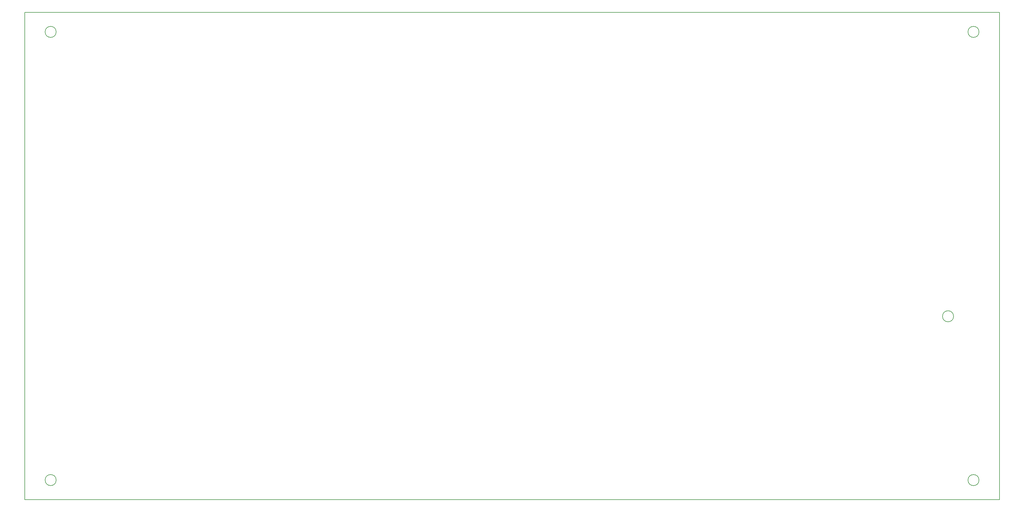
<source format=gbr>
%TF.GenerationSoftware,KiCad,Pcbnew,7.0.5*%
%TF.CreationDate,2024-12-04T21:25:02-05:00*%
%TF.ProjectId,selftest_bd,73656c66-7465-4737-945f-62642e6b6963,2.1*%
%TF.SameCoordinates,Original*%
%TF.FileFunction,Profile,NP*%
%FSLAX46Y46*%
G04 Gerber Fmt 4.6, Leading zero omitted, Abs format (unit mm)*
G04 Created by KiCad (PCBNEW 7.0.5) date 2024-12-04 21:25:02*
%MOMM*%
%LPD*%
G01*
G04 APERTURE LIST*
%TA.AperFunction,Profile*%
%ADD10C,0.160000*%
%TD*%
G04 APERTURE END LIST*
D10*
X349700000Y-141000000D02*
G75*
G03*
X349700000Y-141000000I-1700000J0D01*
G01*
X73530000Y-191430000D02*
G75*
G03*
X73530000Y-191430000I-1700000J0D01*
G01*
X357530000Y-191440000D02*
G75*
G03*
X357530000Y-191440000I-1700000J0D01*
G01*
X73530000Y-53430000D02*
G75*
G03*
X73530000Y-53430000I-1700000J0D01*
G01*
X357530000Y-53430000D02*
G75*
G03*
X357530000Y-53430000I-1700000J0D01*
G01*
X63830000Y-47430000D02*
X363830000Y-47430000D01*
X363830000Y-197430000D01*
X63830000Y-197430000D01*
X63830000Y-47430000D01*
M02*

</source>
